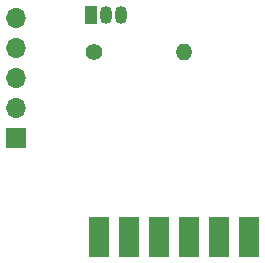
<source format=gbr>
%TF.GenerationSoftware,KiCad,Pcbnew,(6.0.1)*%
%TF.CreationDate,2022-02-07T09:31:49-05:00*%
%TF.ProjectId,hitsmodule,68697473-6d6f-4647-956c-652e6b696361,rev?*%
%TF.SameCoordinates,Original*%
%TF.FileFunction,Soldermask,Bot*%
%TF.FilePolarity,Negative*%
%FSLAX46Y46*%
G04 Gerber Fmt 4.6, Leading zero omitted, Abs format (unit mm)*
G04 Created by KiCad (PCBNEW (6.0.1)) date 2022-02-07 09:31:49*
%MOMM*%
%LPD*%
G01*
G04 APERTURE LIST*
%ADD10R,1.700000X3.390000*%
%ADD11C,1.400000*%
%ADD12O,1.400000X1.400000*%
%ADD13R,1.700000X1.700000*%
%ADD14O,1.700000X1.700000*%
%ADD15R,1.050000X1.500000*%
%ADD16O,1.050000X1.500000*%
G04 APERTURE END LIST*
D10*
%TO.C,J2*%
X147320000Y-98531500D03*
X149860000Y-98531500D03*
X152400000Y-98531500D03*
X154940000Y-98531500D03*
X157480000Y-98531500D03*
X160020000Y-98531500D03*
%TD*%
D11*
%TO.C,R1*%
X146939000Y-82931000D03*
D12*
X154559000Y-82931000D03*
%TD*%
D13*
%TO.C,J1*%
X140335000Y-90165000D03*
D14*
X140335000Y-87625000D03*
X140335000Y-85085000D03*
X140335000Y-82545000D03*
X140335000Y-80005000D03*
%TD*%
D15*
%TO.C,Q1*%
X146685000Y-79735000D03*
D16*
X147955000Y-79735000D03*
X149225000Y-79735000D03*
%TD*%
M02*

</source>
